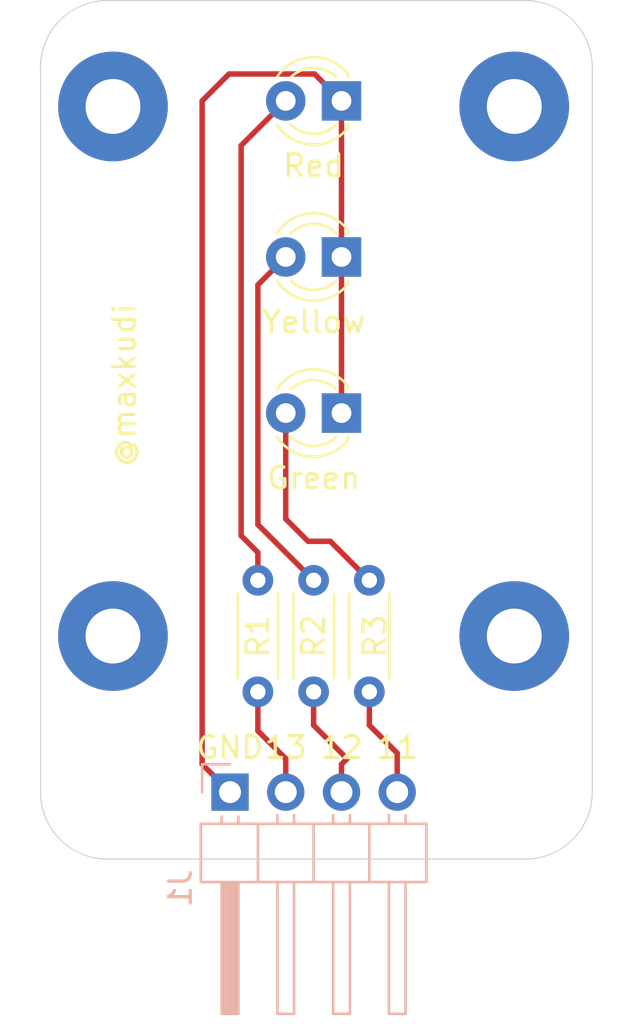
<source format=kicad_pcb>
(kicad_pcb (version 20171130) (host pcbnew "(5.1.8)-1")

  (general
    (thickness 1.6)
    (drawings 13)
    (tracks 28)
    (zones 0)
    (modules 11)
    (nets 8)
  )

  (page A4)
  (layers
    (0 F.Cu signal)
    (31 B.Cu signal)
    (32 B.Adhes user)
    (33 F.Adhes user)
    (34 B.Paste user)
    (35 F.Paste user)
    (36 B.SilkS user)
    (37 F.SilkS user)
    (38 B.Mask user)
    (39 F.Mask user)
    (40 Dwgs.User user)
    (41 Cmts.User user)
    (42 Eco1.User user)
    (43 Eco2.User user)
    (44 Edge.Cuts user)
    (45 Margin user)
    (46 B.CrtYd user)
    (47 F.CrtYd user)
    (48 B.Fab user)
    (49 F.Fab user)
  )

  (setup
    (last_trace_width 0.25)
    (trace_clearance 0.2)
    (zone_clearance 0.508)
    (zone_45_only no)
    (trace_min 0.2)
    (via_size 0.8)
    (via_drill 0.4)
    (via_min_size 0.4)
    (via_min_drill 0.3)
    (uvia_size 0.3)
    (uvia_drill 0.1)
    (uvias_allowed no)
    (uvia_min_size 0.2)
    (uvia_min_drill 0.1)
    (edge_width 0.05)
    (segment_width 0.2)
    (pcb_text_width 0.3)
    (pcb_text_size 1.5 1.5)
    (mod_edge_width 0.12)
    (mod_text_size 1 1)
    (mod_text_width 0.15)
    (pad_size 1.524 1.524)
    (pad_drill 0.762)
    (pad_to_mask_clearance 0)
    (aux_axis_origin 0 0)
    (visible_elements FFFFFF7F)
    (pcbplotparams
      (layerselection 0x010fc_ffffffff)
      (usegerberextensions false)
      (usegerberattributes true)
      (usegerberadvancedattributes true)
      (creategerberjobfile true)
      (excludeedgelayer true)
      (linewidth 0.100000)
      (plotframeref false)
      (viasonmask false)
      (mode 1)
      (useauxorigin false)
      (hpglpennumber 1)
      (hpglpenspeed 20)
      (hpglpendiameter 15.000000)
      (psnegative false)
      (psa4output false)
      (plotreference true)
      (plotvalue true)
      (plotinvisibletext false)
      (padsonsilk false)
      (subtractmaskfromsilk false)
      (outputformat 1)
      (mirror false)
      (drillshape 0)
      (scaleselection 1)
      (outputdirectory "Gerber/"))
  )

  (net 0 "")
  (net 1 "Net-(D1-Pad1)")
  (net 2 "Net-(D1-Pad2)")
  (net 3 "Net-(D2-Pad2)")
  (net 4 "Net-(D3-Pad2)")
  (net 5 "Net-(J1-Pad2)")
  (net 6 "Net-(J1-Pad3)")
  (net 7 "Net-(J1-Pad4)")

  (net_class Default "This is the default net class."
    (clearance 0.2)
    (trace_width 0.25)
    (via_dia 0.8)
    (via_drill 0.4)
    (uvia_dia 0.3)
    (uvia_drill 0.1)
    (add_net "Net-(D1-Pad1)")
    (add_net "Net-(D1-Pad2)")
    (add_net "Net-(D2-Pad2)")
    (add_net "Net-(D3-Pad2)")
    (add_net "Net-(J1-Pad2)")
    (add_net "Net-(J1-Pad3)")
    (add_net "Net-(J1-Pad4)")
  )

  (module LED_THT:LED_D3.0mm (layer F.Cu) (tedit 587A3A7B) (tstamp 5FE0A8A3)
    (at 124.46 65.786 180)
    (descr "LED, diameter 3.0mm, 2 pins")
    (tags "LED diameter 3.0mm 2 pins")
    (path /5FDF1452)
    (fp_text reference Red (at 1.27 -2.96) (layer F.SilkS)
      (effects (font (size 1 1) (thickness 0.15)))
    )
    (fp_text value LED (at 1.27 2.96) (layer F.Fab)
      (effects (font (size 1 1) (thickness 0.15)))
    )
    (fp_line (start 3.7 -2.25) (end -1.15 -2.25) (layer F.CrtYd) (width 0.05))
    (fp_line (start 3.7 2.25) (end 3.7 -2.25) (layer F.CrtYd) (width 0.05))
    (fp_line (start -1.15 2.25) (end 3.7 2.25) (layer F.CrtYd) (width 0.05))
    (fp_line (start -1.15 -2.25) (end -1.15 2.25) (layer F.CrtYd) (width 0.05))
    (fp_line (start -0.29 1.08) (end -0.29 1.236) (layer F.SilkS) (width 0.12))
    (fp_line (start -0.29 -1.236) (end -0.29 -1.08) (layer F.SilkS) (width 0.12))
    (fp_line (start -0.23 -1.16619) (end -0.23 1.16619) (layer F.Fab) (width 0.1))
    (fp_circle (center 1.27 0) (end 2.77 0) (layer F.Fab) (width 0.1))
    (fp_arc (start 1.27 0) (end -0.23 -1.16619) (angle 284.3) (layer F.Fab) (width 0.1))
    (fp_arc (start 1.27 0) (end -0.29 -1.235516) (angle 108.8) (layer F.SilkS) (width 0.12))
    (fp_arc (start 1.27 0) (end -0.29 1.235516) (angle -108.8) (layer F.SilkS) (width 0.12))
    (fp_arc (start 1.27 0) (end 0.229039 -1.08) (angle 87.9) (layer F.SilkS) (width 0.12))
    (fp_arc (start 1.27 0) (end 0.229039 1.08) (angle -87.9) (layer F.SilkS) (width 0.12))
    (pad 1 thru_hole rect (at 0 0 180) (size 1.8 1.8) (drill 0.9) (layers *.Cu *.Mask)
      (net 1 "Net-(D1-Pad1)"))
    (pad 2 thru_hole circle (at 2.54 0 180) (size 1.8 1.8) (drill 0.9) (layers *.Cu *.Mask)
      (net 2 "Net-(D1-Pad2)"))
    (model ${KISYS3DMOD}/LED_THT.3dshapes/LED_D3.0mm.wrl
      (at (xyz 0 0 0))
      (scale (xyz 1 1 1))
      (rotate (xyz 0 0 0))
    )
  )

  (module LED_THT:LED_D3.0mm (layer F.Cu) (tedit 587A3A7B) (tstamp 5FE0A8B6)
    (at 124.46 72.898 180)
    (descr "LED, diameter 3.0mm, 2 pins")
    (tags "LED diameter 3.0mm 2 pins")
    (path /5FDF197F)
    (fp_text reference Yellow (at 1.27 -2.96) (layer F.SilkS)
      (effects (font (size 1 1) (thickness 0.15)))
    )
    (fp_text value LED (at 1.27 2.96) (layer F.Fab)
      (effects (font (size 1 1) (thickness 0.15)))
    )
    (fp_arc (start 1.27 0) (end 0.229039 1.08) (angle -87.9) (layer F.SilkS) (width 0.12))
    (fp_arc (start 1.27 0) (end 0.229039 -1.08) (angle 87.9) (layer F.SilkS) (width 0.12))
    (fp_arc (start 1.27 0) (end -0.29 1.235516) (angle -108.8) (layer F.SilkS) (width 0.12))
    (fp_arc (start 1.27 0) (end -0.29 -1.235516) (angle 108.8) (layer F.SilkS) (width 0.12))
    (fp_arc (start 1.27 0) (end -0.23 -1.16619) (angle 284.3) (layer F.Fab) (width 0.1))
    (fp_circle (center 1.27 0) (end 2.77 0) (layer F.Fab) (width 0.1))
    (fp_line (start -0.23 -1.16619) (end -0.23 1.16619) (layer F.Fab) (width 0.1))
    (fp_line (start -0.29 -1.236) (end -0.29 -1.08) (layer F.SilkS) (width 0.12))
    (fp_line (start -0.29 1.08) (end -0.29 1.236) (layer F.SilkS) (width 0.12))
    (fp_line (start -1.15 -2.25) (end -1.15 2.25) (layer F.CrtYd) (width 0.05))
    (fp_line (start -1.15 2.25) (end 3.7 2.25) (layer F.CrtYd) (width 0.05))
    (fp_line (start 3.7 2.25) (end 3.7 -2.25) (layer F.CrtYd) (width 0.05))
    (fp_line (start 3.7 -2.25) (end -1.15 -2.25) (layer F.CrtYd) (width 0.05))
    (pad 2 thru_hole circle (at 2.54 0 180) (size 1.8 1.8) (drill 0.9) (layers *.Cu *.Mask)
      (net 3 "Net-(D2-Pad2)"))
    (pad 1 thru_hole rect (at 0 0 180) (size 1.8 1.8) (drill 0.9) (layers *.Cu *.Mask)
      (net 1 "Net-(D1-Pad1)"))
    (model ${KISYS3DMOD}/LED_THT.3dshapes/LED_D3.0mm.wrl
      (at (xyz 0 0 0))
      (scale (xyz 1 1 1))
      (rotate (xyz 0 0 0))
    )
  )

  (module LED_THT:LED_D3.0mm (layer F.Cu) (tedit 587A3A7B) (tstamp 5FE0A8C9)
    (at 124.46 80.01 180)
    (descr "LED, diameter 3.0mm, 2 pins")
    (tags "LED diameter 3.0mm 2 pins")
    (path /5FDF1C31)
    (fp_text reference Green (at 1.27 -2.96) (layer F.SilkS)
      (effects (font (size 1 1) (thickness 0.15)))
    )
    (fp_text value LED (at 1.27 2.96) (layer F.Fab)
      (effects (font (size 1 1) (thickness 0.15)))
    )
    (fp_line (start 3.7 -2.25) (end -1.15 -2.25) (layer F.CrtYd) (width 0.05))
    (fp_line (start 3.7 2.25) (end 3.7 -2.25) (layer F.CrtYd) (width 0.05))
    (fp_line (start -1.15 2.25) (end 3.7 2.25) (layer F.CrtYd) (width 0.05))
    (fp_line (start -1.15 -2.25) (end -1.15 2.25) (layer F.CrtYd) (width 0.05))
    (fp_line (start -0.29 1.08) (end -0.29 1.236) (layer F.SilkS) (width 0.12))
    (fp_line (start -0.29 -1.236) (end -0.29 -1.08) (layer F.SilkS) (width 0.12))
    (fp_line (start -0.23 -1.16619) (end -0.23 1.16619) (layer F.Fab) (width 0.1))
    (fp_circle (center 1.27 0) (end 2.77 0) (layer F.Fab) (width 0.1))
    (fp_arc (start 1.27 0) (end -0.23 -1.16619) (angle 284.3) (layer F.Fab) (width 0.1))
    (fp_arc (start 1.27 0) (end -0.29 -1.235516) (angle 108.8) (layer F.SilkS) (width 0.12))
    (fp_arc (start 1.27 0) (end -0.29 1.235516) (angle -108.8) (layer F.SilkS) (width 0.12))
    (fp_arc (start 1.27 0) (end 0.229039 -1.08) (angle 87.9) (layer F.SilkS) (width 0.12))
    (fp_arc (start 1.27 0) (end 0.229039 1.08) (angle -87.9) (layer F.SilkS) (width 0.12))
    (pad 1 thru_hole rect (at 0 0 180) (size 1.8 1.8) (drill 0.9) (layers *.Cu *.Mask)
      (net 1 "Net-(D1-Pad1)"))
    (pad 2 thru_hole circle (at 2.54 0 180) (size 1.8 1.8) (drill 0.9) (layers *.Cu *.Mask)
      (net 4 "Net-(D3-Pad2)"))
    (model ${KISYS3DMOD}/LED_THT.3dshapes/LED_D3.0mm.wrl
      (at (xyz 0 0 0))
      (scale (xyz 1 1 1))
      (rotate (xyz 0 0 0))
    )
  )

  (module Connector_PinHeader_2.54mm:PinHeader_1x04_P2.54mm_Horizontal (layer B.Cu) (tedit 59FED5CB) (tstamp 5FE0A916)
    (at 119.38 97.282 270)
    (descr "Through hole angled pin header, 1x04, 2.54mm pitch, 6mm pin length, single row")
    (tags "Through hole angled pin header THT 1x04 2.54mm single row")
    (path /5FDF9CDA)
    (fp_text reference J1 (at 4.385 2.27 270) (layer B.SilkS)
      (effects (font (size 1 1) (thickness 0.15)) (justify mirror))
    )
    (fp_text value Conn_01x04 (at 4.385 -9.89 270) (layer B.Fab)
      (effects (font (size 1 1) (thickness 0.15)) (justify mirror))
    )
    (fp_line (start 10.55 1.8) (end -1.8 1.8) (layer B.CrtYd) (width 0.05))
    (fp_line (start 10.55 -9.4) (end 10.55 1.8) (layer B.CrtYd) (width 0.05))
    (fp_line (start -1.8 -9.4) (end 10.55 -9.4) (layer B.CrtYd) (width 0.05))
    (fp_line (start -1.8 1.8) (end -1.8 -9.4) (layer B.CrtYd) (width 0.05))
    (fp_line (start -1.27 1.27) (end 0 1.27) (layer B.SilkS) (width 0.12))
    (fp_line (start -1.27 0) (end -1.27 1.27) (layer B.SilkS) (width 0.12))
    (fp_line (start 1.042929 -8) (end 1.44 -8) (layer B.SilkS) (width 0.12))
    (fp_line (start 1.042929 -7.24) (end 1.44 -7.24) (layer B.SilkS) (width 0.12))
    (fp_line (start 10.1 -8) (end 4.1 -8) (layer B.SilkS) (width 0.12))
    (fp_line (start 10.1 -7.24) (end 10.1 -8) (layer B.SilkS) (width 0.12))
    (fp_line (start 4.1 -7.24) (end 10.1 -7.24) (layer B.SilkS) (width 0.12))
    (fp_line (start 1.44 -6.35) (end 4.1 -6.35) (layer B.SilkS) (width 0.12))
    (fp_line (start 1.042929 -5.46) (end 1.44 -5.46) (layer B.SilkS) (width 0.12))
    (fp_line (start 1.042929 -4.7) (end 1.44 -4.7) (layer B.SilkS) (width 0.12))
    (fp_line (start 10.1 -5.46) (end 4.1 -5.46) (layer B.SilkS) (width 0.12))
    (fp_line (start 10.1 -4.7) (end 10.1 -5.46) (layer B.SilkS) (width 0.12))
    (fp_line (start 4.1 -4.7) (end 10.1 -4.7) (layer B.SilkS) (width 0.12))
    (fp_line (start 1.44 -3.81) (end 4.1 -3.81) (layer B.SilkS) (width 0.12))
    (fp_line (start 1.042929 -2.92) (end 1.44 -2.92) (layer B.SilkS) (width 0.12))
    (fp_line (start 1.042929 -2.16) (end 1.44 -2.16) (layer B.SilkS) (width 0.12))
    (fp_line (start 10.1 -2.92) (end 4.1 -2.92) (layer B.SilkS) (width 0.12))
    (fp_line (start 10.1 -2.16) (end 10.1 -2.92) (layer B.SilkS) (width 0.12))
    (fp_line (start 4.1 -2.16) (end 10.1 -2.16) (layer B.SilkS) (width 0.12))
    (fp_line (start 1.44 -1.27) (end 4.1 -1.27) (layer B.SilkS) (width 0.12))
    (fp_line (start 1.11 -0.38) (end 1.44 -0.38) (layer B.SilkS) (width 0.12))
    (fp_line (start 1.11 0.38) (end 1.44 0.38) (layer B.SilkS) (width 0.12))
    (fp_line (start 4.1 -0.28) (end 10.1 -0.28) (layer B.SilkS) (width 0.12))
    (fp_line (start 4.1 -0.16) (end 10.1 -0.16) (layer B.SilkS) (width 0.12))
    (fp_line (start 4.1 -0.04) (end 10.1 -0.04) (layer B.SilkS) (width 0.12))
    (fp_line (start 4.1 0.08) (end 10.1 0.08) (layer B.SilkS) (width 0.12))
    (fp_line (start 4.1 0.2) (end 10.1 0.2) (layer B.SilkS) (width 0.12))
    (fp_line (start 4.1 0.32) (end 10.1 0.32) (layer B.SilkS) (width 0.12))
    (fp_line (start 10.1 -0.38) (end 4.1 -0.38) (layer B.SilkS) (width 0.12))
    (fp_line (start 10.1 0.38) (end 10.1 -0.38) (layer B.SilkS) (width 0.12))
    (fp_line (start 4.1 0.38) (end 10.1 0.38) (layer B.SilkS) (width 0.12))
    (fp_line (start 4.1 1.33) (end 1.44 1.33) (layer B.SilkS) (width 0.12))
    (fp_line (start 4.1 -8.95) (end 4.1 1.33) (layer B.SilkS) (width 0.12))
    (fp_line (start 1.44 -8.95) (end 4.1 -8.95) (layer B.SilkS) (width 0.12))
    (fp_line (start 1.44 1.33) (end 1.44 -8.95) (layer B.SilkS) (width 0.12))
    (fp_line (start 4.04 -7.94) (end 10.04 -7.94) (layer B.Fab) (width 0.1))
    (fp_line (start 10.04 -7.3) (end 10.04 -7.94) (layer B.Fab) (width 0.1))
    (fp_line (start 4.04 -7.3) (end 10.04 -7.3) (layer B.Fab) (width 0.1))
    (fp_line (start -0.32 -7.94) (end 1.5 -7.94) (layer B.Fab) (width 0.1))
    (fp_line (start -0.32 -7.3) (end -0.32 -7.94) (layer B.Fab) (width 0.1))
    (fp_line (start -0.32 -7.3) (end 1.5 -7.3) (layer B.Fab) (width 0.1))
    (fp_line (start 4.04 -5.4) (end 10.04 -5.4) (layer B.Fab) (width 0.1))
    (fp_line (start 10.04 -4.76) (end 10.04 -5.4) (layer B.Fab) (width 0.1))
    (fp_line (start 4.04 -4.76) (end 10.04 -4.76) (layer B.Fab) (width 0.1))
    (fp_line (start -0.32 -5.4) (end 1.5 -5.4) (layer B.Fab) (width 0.1))
    (fp_line (start -0.32 -4.76) (end -0.32 -5.4) (layer B.Fab) (width 0.1))
    (fp_line (start -0.32 -4.76) (end 1.5 -4.76) (layer B.Fab) (width 0.1))
    (fp_line (start 4.04 -2.86) (end 10.04 -2.86) (layer B.Fab) (width 0.1))
    (fp_line (start 10.04 -2.22) (end 10.04 -2.86) (layer B.Fab) (width 0.1))
    (fp_line (start 4.04 -2.22) (end 10.04 -2.22) (layer B.Fab) (width 0.1))
    (fp_line (start -0.32 -2.86) (end 1.5 -2.86) (layer B.Fab) (width 0.1))
    (fp_line (start -0.32 -2.22) (end -0.32 -2.86) (layer B.Fab) (width 0.1))
    (fp_line (start -0.32 -2.22) (end 1.5 -2.22) (layer B.Fab) (width 0.1))
    (fp_line (start 4.04 -0.32) (end 10.04 -0.32) (layer B.Fab) (width 0.1))
    (fp_line (start 10.04 0.32) (end 10.04 -0.32) (layer B.Fab) (width 0.1))
    (fp_line (start 4.04 0.32) (end 10.04 0.32) (layer B.Fab) (width 0.1))
    (fp_line (start -0.32 -0.32) (end 1.5 -0.32) (layer B.Fab) (width 0.1))
    (fp_line (start -0.32 0.32) (end -0.32 -0.32) (layer B.Fab) (width 0.1))
    (fp_line (start -0.32 0.32) (end 1.5 0.32) (layer B.Fab) (width 0.1))
    (fp_line (start 1.5 0.635) (end 2.135 1.27) (layer B.Fab) (width 0.1))
    (fp_line (start 1.5 -8.89) (end 1.5 0.635) (layer B.Fab) (width 0.1))
    (fp_line (start 4.04 -8.89) (end 1.5 -8.89) (layer B.Fab) (width 0.1))
    (fp_line (start 4.04 1.27) (end 4.04 -8.89) (layer B.Fab) (width 0.1))
    (fp_line (start 2.135 1.27) (end 4.04 1.27) (layer B.Fab) (width 0.1))
    (fp_text user %R (at 2.77 -3.81) (layer B.Fab)
      (effects (font (size 1 1) (thickness 0.15)) (justify mirror))
    )
    (pad 1 thru_hole rect (at 0 0 270) (size 1.7 1.7) (drill 1) (layers *.Cu *.Mask)
      (net 1 "Net-(D1-Pad1)"))
    (pad 2 thru_hole oval (at 0 -2.54 270) (size 1.7 1.7) (drill 1) (layers *.Cu *.Mask)
      (net 5 "Net-(J1-Pad2)"))
    (pad 3 thru_hole oval (at 0 -5.08 270) (size 1.7 1.7) (drill 1) (layers *.Cu *.Mask)
      (net 6 "Net-(J1-Pad3)"))
    (pad 4 thru_hole oval (at 0 -7.62 270) (size 1.7 1.7) (drill 1) (layers *.Cu *.Mask)
      (net 7 "Net-(J1-Pad4)"))
    (model ${KISYS3DMOD}/Connector_PinHeader_2.54mm.3dshapes/PinHeader_1x04_P2.54mm_Horizontal.wrl
      (at (xyz 0 0 0))
      (scale (xyz 1 1 1))
      (rotate (xyz 0 0 0))
    )
  )

  (module MountingHole:MountingHole_2.5mm_Pad (layer F.Cu) (tedit 56D1B4CB) (tstamp 5FE0A91E)
    (at 114.046 66.04)
    (descr "Mounting Hole 2.5mm")
    (tags "mounting hole 2.5mm")
    (path /5FDF20D1)
    (attr virtual)
    (fp_text reference " " (at 0 -3.5) (layer F.SilkS)
      (effects (font (size 1 1) (thickness 0.15)))
    )
    (fp_text value MountingHole (at 0 3.5) (layer F.Fab)
      (effects (font (size 1 1) (thickness 0.15)))
    )
    (fp_circle (center 0 0) (end 2.75 0) (layer F.CrtYd) (width 0.05))
    (fp_circle (center 0 0) (end 2.5 0) (layer Cmts.User) (width 0.15))
    (fp_text user %R (at 0.3 0) (layer F.Fab)
      (effects (font (size 1 1) (thickness 0.15)))
    )
    (pad 1 thru_hole circle (at 0 0) (size 5 5) (drill 2.5) (layers *.Cu *.Mask))
  )

  (module MountingHole:MountingHole_2.5mm_Pad (layer F.Cu) (tedit 56D1B4CB) (tstamp 5FE0A926)
    (at 132.334 66.04)
    (descr "Mounting Hole 2.5mm")
    (tags "mounting hole 2.5mm")
    (path /5FDF244C)
    (attr virtual)
    (fp_text reference " " (at 0 -3.5) (layer F.SilkS)
      (effects (font (size 1 1) (thickness 0.15)))
    )
    (fp_text value MountingHole (at 0 3.5) (layer F.Fab)
      (effects (font (size 1 1) (thickness 0.15)))
    )
    (fp_text user %R (at 0.3 0) (layer F.Fab)
      (effects (font (size 1 1) (thickness 0.15)))
    )
    (fp_circle (center 0 0) (end 2.5 0) (layer Cmts.User) (width 0.15))
    (fp_circle (center 0 0) (end 2.75 0) (layer F.CrtYd) (width 0.05))
    (pad 1 thru_hole circle (at 0 0) (size 5 5) (drill 2.5) (layers *.Cu *.Mask))
  )

  (module MountingHole:MountingHole_2.5mm_Pad (layer F.Cu) (tedit 56D1B4CB) (tstamp 5FE0A92E)
    (at 114.046 90.17)
    (descr "Mounting Hole 2.5mm")
    (tags "mounting hole 2.5mm")
    (path /5FDF25A6)
    (attr virtual)
    (fp_text reference " " (at 0 -3.5) (layer F.SilkS)
      (effects (font (size 1 1) (thickness 0.15)))
    )
    (fp_text value MountingHole (at 0 3.5) (layer F.Fab)
      (effects (font (size 1 1) (thickness 0.15)))
    )
    (fp_circle (center 0 0) (end 2.75 0) (layer F.CrtYd) (width 0.05))
    (fp_circle (center 0 0) (end 2.5 0) (layer Cmts.User) (width 0.15))
    (fp_text user %R (at 0.3 0) (layer F.Fab)
      (effects (font (size 1 1) (thickness 0.15)))
    )
    (pad 1 thru_hole circle (at 0 0) (size 5 5) (drill 2.5) (layers *.Cu *.Mask))
  )

  (module MountingHole:MountingHole_2.5mm_Pad (layer F.Cu) (tedit 56D1B4CB) (tstamp 5FE0A936)
    (at 132.334 90.17)
    (descr "Mounting Hole 2.5mm")
    (tags "mounting hole 2.5mm")
    (path /5FDF2787)
    (attr virtual)
    (fp_text reference " " (at 0 -3.5) (layer F.SilkS)
      (effects (font (size 1 1) (thickness 0.15)))
    )
    (fp_text value MountingHole (at 0 3.5) (layer F.Fab)
      (effects (font (size 1 1) (thickness 0.15)))
    )
    (fp_text user %R (at 0.3 0) (layer F.Fab)
      (effects (font (size 1 1) (thickness 0.15)))
    )
    (fp_circle (center 0 0) (end 2.5 0) (layer Cmts.User) (width 0.15))
    (fp_circle (center 0 0) (end 2.75 0) (layer F.CrtYd) (width 0.05))
    (pad 1 thru_hole circle (at 0 0) (size 5 5) (drill 2.5) (layers *.Cu *.Mask))
  )

  (module Resistor_THT:R_Axial_DIN0204_L3.6mm_D1.6mm_P5.08mm_Horizontal (layer F.Cu) (tedit 5AE5139B) (tstamp 5FE0A949)
    (at 120.65 87.63 270)
    (descr "Resistor, Axial_DIN0204 series, Axial, Horizontal, pin pitch=5.08mm, 0.167W, length*diameter=3.6*1.6mm^2, http://cdn-reichelt.de/documents/datenblatt/B400/1_4W%23YAG.pdf")
    (tags "Resistor Axial_DIN0204 series Axial Horizontal pin pitch 5.08mm 0.167W length 3.6mm diameter 1.6mm")
    (path /5FDF07C4)
    (fp_text reference R1 (at 2.54 0 90) (layer F.SilkS)
      (effects (font (size 1 1) (thickness 0.15)))
    )
    (fp_text value R (at 2.54 1.92 90) (layer F.Fab)
      (effects (font (size 1 1) (thickness 0.15)))
    )
    (fp_line (start 6.03 -1.05) (end -0.95 -1.05) (layer F.CrtYd) (width 0.05))
    (fp_line (start 6.03 1.05) (end 6.03 -1.05) (layer F.CrtYd) (width 0.05))
    (fp_line (start -0.95 1.05) (end 6.03 1.05) (layer F.CrtYd) (width 0.05))
    (fp_line (start -0.95 -1.05) (end -0.95 1.05) (layer F.CrtYd) (width 0.05))
    (fp_line (start 0.62 0.92) (end 4.46 0.92) (layer F.SilkS) (width 0.12))
    (fp_line (start 0.62 -0.92) (end 4.46 -0.92) (layer F.SilkS) (width 0.12))
    (fp_line (start 5.08 0) (end 4.34 0) (layer F.Fab) (width 0.1))
    (fp_line (start 0 0) (end 0.74 0) (layer F.Fab) (width 0.1))
    (fp_line (start 4.34 -0.8) (end 0.74 -0.8) (layer F.Fab) (width 0.1))
    (fp_line (start 4.34 0.8) (end 4.34 -0.8) (layer F.Fab) (width 0.1))
    (fp_line (start 0.74 0.8) (end 4.34 0.8) (layer F.Fab) (width 0.1))
    (fp_line (start 0.74 -0.8) (end 0.74 0.8) (layer F.Fab) (width 0.1))
    (fp_text user %R (at 2.54 0 90) (layer F.Fab)
      (effects (font (size 0.72 0.72) (thickness 0.108)))
    )
    (pad 1 thru_hole circle (at 0 0 270) (size 1.4 1.4) (drill 0.7) (layers *.Cu *.Mask)
      (net 2 "Net-(D1-Pad2)"))
    (pad 2 thru_hole oval (at 5.08 0 270) (size 1.4 1.4) (drill 0.7) (layers *.Cu *.Mask)
      (net 5 "Net-(J1-Pad2)"))
    (model ${KISYS3DMOD}/Resistor_THT.3dshapes/R_Axial_DIN0204_L3.6mm_D1.6mm_P5.08mm_Horizontal.wrl
      (at (xyz 0 0 0))
      (scale (xyz 1 1 1))
      (rotate (xyz 0 0 0))
    )
  )

  (module Resistor_THT:R_Axial_DIN0204_L3.6mm_D1.6mm_P5.08mm_Horizontal (layer F.Cu) (tedit 5AE5139B) (tstamp 5FE0A95C)
    (at 123.19 87.63 270)
    (descr "Resistor, Axial_DIN0204 series, Axial, Horizontal, pin pitch=5.08mm, 0.167W, length*diameter=3.6*1.6mm^2, http://cdn-reichelt.de/documents/datenblatt/B400/1_4W%23YAG.pdf")
    (tags "Resistor Axial_DIN0204 series Axial Horizontal pin pitch 5.08mm 0.167W length 3.6mm diameter 1.6mm")
    (path /5FDF0B78)
    (fp_text reference R2 (at 2.54 0 90) (layer F.SilkS)
      (effects (font (size 1 1) (thickness 0.15)))
    )
    (fp_text value R (at 2.54 1.92 90) (layer F.Fab)
      (effects (font (size 1 1) (thickness 0.15)))
    )
    (fp_text user %R (at 3.048 0.254 90) (layer F.Fab)
      (effects (font (size 0.72 0.72) (thickness 0.108)))
    )
    (fp_line (start 0.74 -0.8) (end 0.74 0.8) (layer F.Fab) (width 0.1))
    (fp_line (start 0.74 0.8) (end 4.34 0.8) (layer F.Fab) (width 0.1))
    (fp_line (start 4.34 0.8) (end 4.34 -0.8) (layer F.Fab) (width 0.1))
    (fp_line (start 4.34 -0.8) (end 0.74 -0.8) (layer F.Fab) (width 0.1))
    (fp_line (start 0 0) (end 0.74 0) (layer F.Fab) (width 0.1))
    (fp_line (start 5.08 0) (end 4.34 0) (layer F.Fab) (width 0.1))
    (fp_line (start 0.62 -0.92) (end 4.46 -0.92) (layer F.SilkS) (width 0.12))
    (fp_line (start 0.62 0.92) (end 4.46 0.92) (layer F.SilkS) (width 0.12))
    (fp_line (start -0.95 -1.05) (end -0.95 1.05) (layer F.CrtYd) (width 0.05))
    (fp_line (start -0.95 1.05) (end 6.03 1.05) (layer F.CrtYd) (width 0.05))
    (fp_line (start 6.03 1.05) (end 6.03 -1.05) (layer F.CrtYd) (width 0.05))
    (fp_line (start 6.03 -1.05) (end -0.95 -1.05) (layer F.CrtYd) (width 0.05))
    (pad 2 thru_hole oval (at 5.08 0 270) (size 1.4 1.4) (drill 0.7) (layers *.Cu *.Mask)
      (net 6 "Net-(J1-Pad3)"))
    (pad 1 thru_hole circle (at 0 0 270) (size 1.4 1.4) (drill 0.7) (layers *.Cu *.Mask)
      (net 3 "Net-(D2-Pad2)"))
    (model ${KISYS3DMOD}/Resistor_THT.3dshapes/R_Axial_DIN0204_L3.6mm_D1.6mm_P5.08mm_Horizontal.wrl
      (at (xyz 0 0 0))
      (scale (xyz 1 1 1))
      (rotate (xyz 0 0 0))
    )
  )

  (module Resistor_THT:R_Axial_DIN0204_L3.6mm_D1.6mm_P5.08mm_Horizontal (layer F.Cu) (tedit 5AE5139B) (tstamp 5FE0A96F)
    (at 125.73 87.63 270)
    (descr "Resistor, Axial_DIN0204 series, Axial, Horizontal, pin pitch=5.08mm, 0.167W, length*diameter=3.6*1.6mm^2, http://cdn-reichelt.de/documents/datenblatt/B400/1_4W%23YAG.pdf")
    (tags "Resistor Axial_DIN0204 series Axial Horizontal pin pitch 5.08mm 0.167W length 3.6mm diameter 1.6mm")
    (path /5FDF0E6F)
    (fp_text reference R3 (at 2.54 -0.254 270) (layer F.SilkS)
      (effects (font (size 1 1) (thickness 0.15)))
    )
    (fp_text value R (at 2.54 1.92 90) (layer F.Fab)
      (effects (font (size 1 1) (thickness 0.15)))
    )
    (fp_line (start 6.03 -1.05) (end -0.95 -1.05) (layer F.CrtYd) (width 0.05))
    (fp_line (start 6.03 1.05) (end 6.03 -1.05) (layer F.CrtYd) (width 0.05))
    (fp_line (start -0.95 1.05) (end 6.03 1.05) (layer F.CrtYd) (width 0.05))
    (fp_line (start -0.95 -1.05) (end -0.95 1.05) (layer F.CrtYd) (width 0.05))
    (fp_line (start 0.62 0.92) (end 4.46 0.92) (layer F.SilkS) (width 0.12))
    (fp_line (start 0.62 -0.92) (end 4.46 -0.92) (layer F.SilkS) (width 0.12))
    (fp_line (start 5.08 0) (end 4.34 0) (layer F.Fab) (width 0.1))
    (fp_line (start 0 0) (end 0.74 0) (layer F.Fab) (width 0.1))
    (fp_line (start 4.34 -0.8) (end 0.74 -0.8) (layer F.Fab) (width 0.1))
    (fp_line (start 4.34 0.8) (end 4.34 -0.8) (layer F.Fab) (width 0.1))
    (fp_line (start 0.74 0.8) (end 4.34 0.8) (layer F.Fab) (width 0.1))
    (fp_line (start 0.74 -0.8) (end 0.74 0.8) (layer F.Fab) (width 0.1))
    (fp_text user %R (at 2.54 0 90) (layer F.Fab)
      (effects (font (size 0.72 0.72) (thickness 0.108)))
    )
    (pad 1 thru_hole circle (at 0 0 270) (size 1.4 1.4) (drill 0.7) (layers *.Cu *.Mask)
      (net 4 "Net-(D3-Pad2)"))
    (pad 2 thru_hole oval (at 5.08 0 270) (size 1.4 1.4) (drill 0.7) (layers *.Cu *.Mask)
      (net 7 "Net-(J1-Pad4)"))
    (model ${KISYS3DMOD}/Resistor_THT.3dshapes/R_Axial_DIN0204_L3.6mm_D1.6mm_P5.08mm_Horizontal.wrl
      (at (xyz 0 0 0))
      (scale (xyz 1 1 1))
      (rotate (xyz 0 0 0))
    )
  )

  (gr_text @maxkudi (at 114.554 78.74 90) (layer F.SilkS)
    (effects (font (size 1 1) (thickness 0.15)))
  )
  (gr_line (start 132.842 100.33) (end 113.792 100.33) (layer Edge.Cuts) (width 0.05) (tstamp 5FE0C502))
  (gr_line (start 135.89 64.262) (end 135.89 97.282) (layer Edge.Cuts) (width 0.05) (tstamp 5FE0C501))
  (gr_line (start 113.792 61.214) (end 132.842 61.214) (layer Edge.Cuts) (width 0.05) (tstamp 5FE0C500))
  (gr_line (start 110.744 64.262) (end 110.744 97.282) (layer Edge.Cuts) (width 0.05) (tstamp 5FE0C4FF))
  (gr_arc (start 132.842 64.262) (end 135.89 64.262) (angle -90) (layer Edge.Cuts) (width 0.05))
  (gr_arc (start 113.792 64.262) (end 113.792 61.214) (angle -90) (layer Edge.Cuts) (width 0.05))
  (gr_arc (start 132.842 97.282) (end 132.842 100.33) (angle -90) (layer Edge.Cuts) (width 0.05))
  (gr_arc (start 113.792 97.282) (end 110.744 97.282) (angle -90) (layer Edge.Cuts) (width 0.05))
  (gr_text 11 (at 127 95.25) (layer F.SilkS)
    (effects (font (size 1 1) (thickness 0.15)))
  )
  (gr_text 12 (at 124.46 95.25) (layer F.SilkS)
    (effects (font (size 1 1) (thickness 0.15)))
  )
  (gr_text 13 (at 121.92 95.25) (layer F.SilkS)
    (effects (font (size 1 1) (thickness 0.15)))
  )
  (gr_text GND (at 119.38 95.25) (layer F.SilkS)
    (effects (font (size 1 1) (thickness 0.15)))
  )

  (segment (start 124.46 65.786) (end 124.46 72.898) (width 0.25) (layer F.Cu) (net 1))
  (segment (start 124.46 72.898) (end 124.46 80.01) (width 0.25) (layer F.Cu) (net 1))
  (segment (start 123.234999 64.560999) (end 119.335001 64.560999) (width 0.25) (layer F.Cu) (net 1))
  (segment (start 124.46 65.786) (end 123.234999 64.560999) (width 0.25) (layer F.Cu) (net 1))
  (segment (start 119.335001 64.560999) (end 118.11 65.786) (width 0.25) (layer F.Cu) (net 1))
  (segment (start 118.11 96.012) (end 119.38 97.282) (width 0.25) (layer F.Cu) (net 1))
  (segment (start 118.11 65.786) (end 118.11 96.012) (width 0.25) (layer F.Cu) (net 1))
  (segment (start 121.92 65.786) (end 119.888 67.818) (width 0.25) (layer F.Cu) (net 2))
  (segment (start 119.888 67.818) (end 119.888 85.598) (width 0.25) (layer F.Cu) (net 2))
  (segment (start 120.65 86.36) (end 120.65 87.63) (width 0.25) (layer F.Cu) (net 2))
  (segment (start 119.888 85.598) (end 120.65 86.36) (width 0.25) (layer F.Cu) (net 2))
  (segment (start 121.92 72.898) (end 120.65 74.168) (width 0.25) (layer F.Cu) (net 3))
  (segment (start 120.65 85.09) (end 123.19 87.63) (width 0.25) (layer F.Cu) (net 3))
  (segment (start 120.65 74.168) (end 120.65 85.09) (width 0.25) (layer F.Cu) (net 3))
  (segment (start 121.92 80.01) (end 121.92 84.836) (width 0.25) (layer F.Cu) (net 4))
  (segment (start 121.92 84.836) (end 122.936 85.852) (width 0.25) (layer F.Cu) (net 4))
  (segment (start 123.952 85.852) (end 125.73 87.63) (width 0.25) (layer F.Cu) (net 4))
  (segment (start 122.936 85.852) (end 123.952 85.852) (width 0.25) (layer F.Cu) (net 4))
  (segment (start 120.65 92.71) (end 120.65 94.488) (width 0.25) (layer F.Cu) (net 5))
  (segment (start 120.65 94.488) (end 121.92 95.758) (width 0.25) (layer F.Cu) (net 5))
  (segment (start 121.92 95.758) (end 121.92 97.282) (width 0.25) (layer F.Cu) (net 5))
  (segment (start 123.19 92.71) (end 123.19 94.234) (width 0.25) (layer F.Cu) (net 6))
  (segment (start 123.19 94.234) (end 124.714 95.758) (width 0.25) (layer F.Cu) (net 6))
  (segment (start 124.46 96.012) (end 124.46 97.282) (width 0.25) (layer F.Cu) (net 6))
  (segment (start 124.714 95.758) (end 124.46 96.012) (width 0.25) (layer F.Cu) (net 6))
  (segment (start 125.73 92.71) (end 125.73 94.234) (width 0.25) (layer F.Cu) (net 7))
  (segment (start 125.73 94.234) (end 127 95.504) (width 0.25) (layer F.Cu) (net 7))
  (segment (start 127 95.504) (end 127 97.282) (width 0.25) (layer F.Cu) (net 7))

)

</source>
